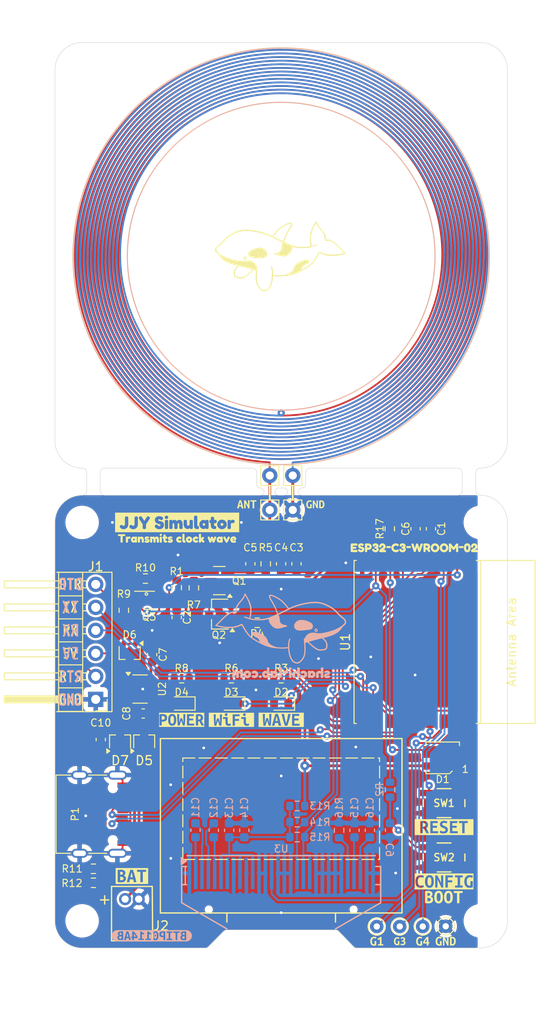
<source format=kicad_pcb>
(kicad_pcb (version 20240108) (generator "pcbnew") (generator_version "8.0")
  (layers (0 "F.Cu" signal) (31 "B.Cu" signal) (34 "B.Paste" user) (35 "F.Paste" user) (36 "B.SilkS" user "B.Silkscreen") (37 "F.SilkS" user "F.Silkscreen") (38 "B.Mask" user) (39 "F.Mask" user) (44 "Edge.Cuts" user))
  (net 0 "")
  (net 1 "GND")
  (net 2 "/VUSB")
  (net 3 "EN")
  (net 4 "+3V3")
  (net 5 "Net-(Q1-S)")
  (net 6 "Net-(U3-C2N)")
  (net 7 "Net-(U3-C2P)")
  (net 9 "Net-(U3-C1N)")
  (net 10 "Net-(P1-CC2)")
  (net 11 "Net-(P1-CC1)")
  (net 13 "Net-(U3-C1P)")
  (net 14 "Net-(U3-BS1)")
  (net 15 "Net-(U3-VCOMH)")
  (net 16 "VIN")
  (net 17 "Net-(U2-BP)")
  (net 18 "TX")
  (net 19 "SCL")
  (net 20 "SDA")
  (net 21 "RX")
  (net 22 "Net-(U3-VCC)")
  (net 23 "Net-(D4-A)")
  (net 25 "/5V")
  (net 26 "Net-(Q2-B)")
  (net 27 "Net-(D2-A)")
  (net 28 "DTR")
  (net 29 "GPIO0")
  (net 30 "/ANT")
  (net 31 "/BAT")
  (net 32 "Net-(Q1-G)")
  (net 33 "Net-(Q3B-B2)")
  (net 34 "Net-(Q3A-B1)")
  (net 35 "Net-(U3-IREF)")
  (net 36 "GPIO2")
  (net 37 "GPIO3")
  (net 38 "GPIO4")
  (net 41 "Net-(D3-A)")
  (net 42 "/RF_OUT")
  (net 44 "GPIO9")
  (net 45 "GPIO8")
  (net 46 "GPIO10")
  (net 47 "GPIO5")
  (net 48 "USB_DM")
  (net 49 "USB_DP")
  (net 50 "GPIO1")
  (net 51 "Net-(C9-Pad2)")
  (net 52 "RTS")
  (footprint "kibuzzard-665B3587" (layer "F.Cu") (at 143 136.65)
    (property "Reference" "kibuzzard-665B3587" (hide yes))
    (property "Value" "G***" (hide yes))
  )
  (footprint "kibuzzard-665BB8A3" (layer "F.Cu") (at 101.7 114.9)
    (property "Reference" "kibuzzard-665BB8A3" (hide yes))
    (property "Value" "G***" (hide yes))
  )
  (footprint "Resistor_SMD:R_0603_1608Metric" (layer "F.Cu") (at 122.35 114.08)
    (property "Reference" "R4")
    (property "Value" "1k")
  )
  (footprint "kibuzzard-669B6BC9" (layer "F.Cu") (at 114 124.8)
    (property "Reference" "kibuzzard-669B6BC9" (hide yes))
    (property "Value" "G***" (hide yes))
  )
  (footprint "Resistor_SMD:R_0603_1608Metric" (layer "F.Cu") (at 115.35 110.225 -90)
    (property "Reference" "R7")
    (property "Value" "100k")
  )
  (footprint "kibuzzard-669B4532" (layer "F.Cu") (at 135.56 149.25)
    (property "Reference" "kibuzzard-669B4532" (hide yes))
    (property "Value" "G***" (hide yes))
  )
  (footprint "LED_SMD:LED_0603_1608Metric" (layer "F.Cu") (at 125 123 180)
    (property "Reference" "D2")
    (property "Value" "LED-IND")
  )
  (footprint "Resistor_SMD:R_0603_1608Metric" (layer "F.Cu") (at 123.29 107.57 -90)
    (property "Reference" "R5")
    (property "Value" "100")
  )
  (footprint "Resistor_SMD:R_0603_1608Metric" (layer "F.Cu") (at 104.25 142.8 180)
    (property "Reference" "R12")
    (property "Value" "5.1k")
  )
  (footprint "kibuzzard-669B16B9" (layer "F.Cu") (at 142.97 144.38)
    (property "Reference" "kibuzzard-669B16B9" (hide yes))
    (property "Value" "G***" (hide yes))
  )
  (footprint "MY_LIB:UG-2864-DISP" (layer "F.Cu") (at 125 134.62)
    (property "Reference" "REF**" (hide yes))
    (property "Value" "UG-2864-DISP")
  )
  (footprint "Package_TO_SOT_SMD:SOT-23-5" (layer "F.Cu") (at 109.4 121.4)
    (property "Reference" "U2")
    (property "Value" "RT9193-33GB")
  )
  (footprint "Capacitor_SMD:C_0603_1608Metric" (layer "F.Cu") (at 124.99 107.57 -90)
    (property "Reference" "C4")
    (property "Value" "0.1u")
  )
  (footprint "kibuzzard-6646C6AC" (layer "F.Cu") (at 121.19 101)
    (property "Reference" "kibuzzard-9" (hide yes))
    (property "Value" "G***" (hide yes))
  )
  (footprint "Resistor_SMD:R_0603_1608Metric" (layer "F.Cu") (at 125 120.2 180)
    (property "Reference" "R3")
    (property "Value" "1k")
  )
  (footprint "kibuzzard-669B6D24" (layer "F.Cu") (at 125 124.8)
    (property "Reference" "kibuzzard-669B6D24" (hide yes))
    (property "Value" "G***" (hide yes))
  )
  (footprint "kibuzzard-665BB8B1" (layer "F.Cu") (at 101.7 109.8)
    (property "Reference" "kibuzzard-665BB8B1" (hide yes))
    (property "Value" "G***" (hide yes))
  )
  (footprint "Package_TO_SOT_SMD:SOT-323_SC-70" (layer "F.Cu") (at 109.86 127.2 90)
    (property "Reference" "D5")
    (property "Value" "SB1003M3")
  )
  (footprint "Capacitor_SMD:C_0603_1608Metric" (layer "F.Cu") (at 121.59 107.57 90)
    (property "Reference" "C5")
    (property "Value" "0.1u")
  )
  (footprint "kibuzzard-6649687C" (layer "F.Cu") (at 113.5 104.75)
    (property "Reference" "kibuzzard-13" (hide yes))
    (property "Value" "G***" (hide yes))
  )
  (footprint "LED_SMD:LED_0603_1608Metric" (layer "F.Cu") (at 119.5 123 180)
    (property "Reference" "D3")
    (property "Value" "LED-ACT")
  )
  (footprint "MY_LIB:Jumper-2_TH_3.81mm" (layer "F.Cu") (at 123.74 99.72 90)
    (property "Reference" "JP2" (hide yes))
    (property "Value" "ANT")
  )
  (footprint "Package_TO_SOT_SMD:SOT-323_SC-70" (layer "F.Cu") (at 108.25 117.4 -90)
    (property "Reference" "D6")
    (property "Value" "SB1003M3")
  )
  (footprint "TestPoint:TestPoint_THTPad_D1.5mm_Drill0.7mm" (layer "F.Cu") (at 135.56 147.625)
    (property "Reference" "TP4" (hide yes))
    (property "Value" "TP")
  )
  (footprint "TestPoint:TestPoint_THTPad_D1.5mm_Drill0.7mm" (layer "F.Cu") (at 138.1 147.625)
    (property "Reference" "TP3" (hide yes))
    (property "Value" "TP")
  )
  (footprint "Package_TO_SOT_SMD:SOT-23" (layer "F.Cu") (at 118.1625 109.425 180)
    (property "Reference" "Q1")
    (property "Value" "BSS84")
  )
  (footprint "Resistor_SMD:R_0603_1608Metric" (layer "F.Cu") (at 104.25 141.25 180)
    (property "Reference" "R11")
    (property "Value" "5.1k")
  )
  (footprint "kibuzzard-665B35C9" (layer "F.Cu") (at 108.5 142.05)
    (property "Reference" "kibuzzard-665B35C9" (hide yes))
    (property "Value" "G***" (hide yes))
  )
  (footprint "Package_TO_SOT_SMD:SC-59" (layer "F.Cu") (at 118.25 113.125 180)
    (property "Reference" "Q2")
    (property "Value" "2PD601AR")
  )
  (footprint "MY_LIB:HOLE-3M_55" (layer "F.Cu") (at 103 147 90)
    (property "Reference" "M4" (hide yes))
    (property "Value" "NEJI_M3")
  )
  (footprint "kibuzzard-665BB8AA" (layer "F.Cu") (at 101.7 112.35)
    (property "Reference" "kibuzzard-665BB8AA" (hide yes))
    (property "Value" "G***" (hide yes))
  )
  (footprint "Resistor_SMD:R_0603_1608Metric" (layer "F.Cu") (at 113.45 110.2 -90)
    (property "Reference" "R1")
    (property "Value" "10k")
  )
  (footprint "" (layer "F.Cu") (at 103 53 90)
    (property "Reference" "")
    (property "Value" "")
  )
  (footprint "Resistor_SMD:R_0603_1608Metric" (layer "F.Cu") (at 137 103.7 90)
    (property "Reference" "R17")
    (property "Value" "10k")
  )
  (footprint "kibuzzard-66603A24" (layer "F.Cu") (at 139.7 105.8)
    (property "Reference" "kibuzzard-66603A24" (hide yes))
    (property "Value" "G***" (hide yes))
  )
  (footprint "MY_LIB:JST_ZH_S2B-ZR_02x1.5mm_Angled" (layer "F.Cu") (at 108.5 144.6)
    (property "Reference" "J2")
    (property "Value" "BAT")
  )
  (footprint "MY_LIB:2-2J1A" (layer "F.Cu") (at 110.4 111.6 -90)
    (property "Reference" "Q3")
    (property "Value" "HN1C01FU-GR (1/2)")
  )
  (footprint "kibuzzard-665BB88E" (layer "F.Cu") (at 101.7 122.55)
    (property "Reference" "kibuzzard-665BB88E" (hide yes))
    (property "Value" "G***" (hide yes))
  )
  (footprint "Resistor_SMD:R_0603_1608Metric" (layer "F.Cu") (at 119.5 120.2 180)
    (property "Reference" "R6")
    (property "Value" "2.2k")
  )
  (footprint "kibuzzard-669B8438" (layer "F.Cu") (at 101.7 120)
    (property "Reference" "kibuzzard-669B8438" (hide yes))
    (property "Value" "G***" (hide yes))
  )
  (footprint "MY_LIB:HOLE-3M_55" (layer "F.Cu") (at 147 103)
    (property "Reference" "M1" (hide yes))
    (property "Value" "NEJI_M3")
  )
  (footprint "Capacitor_SMD:C_0603_1608Metric" (layer "F.Cu") (at 113.45 113.5 90)
    (property "Reference" "C2")
    (property "Value" "1u")
  )
  (footprint "Capacitor_SMD:C_0603_1608Metric" (layer "F.Cu") (at 109.75 124.1 180)
    (property "Reference" "C8")
    (property "Value" "0.22u")
  )
  (footprint "MY_LIB:SKRPACE010" (layer "F.Cu") (at 143 140)
    (property "Reference" "SW2")
    (property "Value" "CONFIG" (hide yes))
  )
  (footprint "Capacitor_SMD:C_0603_1608Metric" (layer "F.Cu") (at 139.85 103.7 -90)
    (property "Reference" "C6")
    (property "Value" "10u")
  )
  (footprint "Resistor_SMD:R_0603_1608Metric" (layer "F.Cu") (at 107.61 112.7 90)
    (property "Reference" "R9")
    (property "Value" "10k")
  )
  (footprint "MY_LIB:Jumper-2_TH_3.81mm" (layer "F.Cu") (at 126.28 99.72 90)
    (property "Reference" "JP1" (hide yes))
    (property "Value" "GND")
  )
  (footprint "Resistor_SMD:R_0603_1608Metric" (layer "F.Cu") (at 114 120.2 180)
    (property "Reference" "R8")
    (property "Value" "4.7k")
  )
  (footprint "" (layer "F.Cu") (at 147 53 90)
    (property "Reference" "")
    (property "Value" "")
  )
  (footprint "MY_LIB:LED_SK6812MINI_SMT_3.7x3.5mm" (layer "F.Cu") (at 142.85 129)
    (property "Reference" "D1")
    (property "Value" "SK6812MINI")
  )
  (footprint "Capacitor_SMD:C_0603_1608Metric" (layer "F.Cu") (at 105.06 126.975 -90)
    (property "Reference" "C10")
    (property "Value" "1u")
  )
  (footprint "Capacitor_SMD:C_0603_1608Metric" (layer "F.Cu") (at 141.55 103.7 -90)
    (property "Reference" "C1")
    (property "Value" "0.1u")
  )
  (footprint "LED_SMD:LED_0603_1608Metric" (layer "F.Cu") (at 114 123 180)
    (property "Reference" "D4")
    (property "Value" "LED-PWR")
  )
  (footprint "kibuzzard-665A8DD6" (layer "F.Cu") (at 138.1 149.25)
    (property "Reference" "kibuzzard-5" (hide yes))
    (property "Value" "G***" (hide yes))
  )
  (footprint "Package_TO_SOT_SMD:SOT-323_SC-70" (layer "F.Cu") (at 107.1925 127.2 90)
    (property "Reference" "D7")
    (property "Value" "SB1003M3")
  )
  (footprint "" (layer "F.Cu") (at 103 94 90)
    (property "Reference" "")
    (property "Value" "")
  )
  (footprint "MY_LIB:HOLE-3M_55" (layer "F.Cu") (at 147 147)
    (property "Reference" "M2" (hide yes))
    (property "Value" "NEJI_M3")
  )
  (footprint "Capacitor_SMD:C_0603_1608Metric" (layer "F.Cu") (at 126.69 107.57 -90)
    (property "Reference" "C3")
    (property "Value" "0.1u")
  )
  (footprint "kibuzzard-665B35A8" (layer "F.Cu") (at 140.64 149.25)
    (property "Reference" "kibuzzard-665B35A8" (hide yes))
    (property "Value" "G***" (hide yes))
  )
  (footprint "MY_LIB:HOLE-3M_55" (layer "F.Cu") (at 103 103)
    (property "Reference" "M3" (hide yes))
    (property "Value" "NEJI_M3")
  )
  (footprint "kibuzzard-665B35AE" (layer "F.Cu") (at 143.18 149.25)
    (property "Reference" "kibuzzard-665B35AE" (hide yes))
    (property "Value" "G***" (hide yes))
  )
  (footprint "kibuzzard-665AC270" (layer "F.Cu") (at 113.5 103)
    (property "Reference" "kibuzzard-665AC270" (hide yes))
    (property "Value" "G***" (hide yes))
  )
  (footprint "kibuzzard-665B357F" (layer "F.Cu") (at 143 142.65)
    (property "Reference" "kibuzzard-665B357F" (hide yes))
    (property "Value" "G***" (hide yes))
  )
  (footprint "kibuzzard-665BB89D" (layer "F.Cu") (at 101.7 117.45)
    (property "Reference" "kibuzzard-665BB89D" (hide yes))
    (property "Value" "G***" (hide yes))
  )
  (footprint "kibuzzard-664968E2" (layer "F.Cu") (at 128.775 101)
    (property "Reference" "kibuzzard-7" (hide yes))
    (property "Value" "G***" (hide yes))
  )
  (footprint "kibuzzard-669B6DC4" (layer "F.Cu") (at 119.5 124.8)
    (property "Reference" "kibuzzard-669B6DC4" (hide yes))
    (property "Value" "G***" (hide yes))
  )
  (footprint "TestPoint:TestPoint_THTPad_D1.5mm_Drill0.7mm" (layer "F.Cu") (at 140.64 147.625)
    (property "Reference" "TP2" (hide yes))
    (property "Value" "TP")
  )
  (footprint "Connector_PinHeader_2.54mm:PinHeader_1x06_P2.54mm_Horizontal" (layer "F.Cu") (at 104.5 122.54 180)
    (property "Reference" "J1")
    (property "Value" "UART")
  )
  (footprint "Capacitor_SMD:C_0603_1608Metric" (layer "F.Cu") (at 110.74 117.6 90)
    (property "Reference" "C7")
    (property "Value" "1u")
  )
  (footprint "Resistor_SMD:R_0603_1608Metric" (layer "F.Cu") (at 110 109.2)
    (property "Reference" "R10")
    (property "Value" "10k")
  )
  (footprint "Espressif:ESP32-C3-WROOM-02" (layer "F.Cu") (at 140.05 116.2 -90)
    (property "Reference" "U1")
    (property "Value" "ESP32-C3-WROOM-02")
  )
  (footprint "MY_LIB:5077CR-16SMC2-BK-TR" (layer "F.Cu") (at 102.72 135.22 -90)
    (property "Reference" "P1")
    (property "Value" "USB_C_Plug_USB2.0" (hide yes))
  )
  (footprint "TestPoint:TestPoint_THTPad_D1.5mm_Drill0.7mm" (layer "F.Cu") (at 143.18 147.6)
    (property "Reference" "TP1" (hide yes))
    (property "Value" "TP")
  )
  (footprint "MY_LOGO:ORCA_LOGO_15mm" (layer "F.Cu") (at 124.971 73.594)
    (property "Reference" "G***" (hide yes))
    (property "Value" "LOGO" (hide yes))
  )
  (footprint "MY_LIB:SKRPACE010" (layer "F.Cu") (at 143 134)
    (property "Reference" "SW1")
    (property "Value" "RESET" (hide yes))
  )
  (footprint "" (layer "F.Cu") (at 147 94 90)
    (property "Reference" "")
    (property "Value" "")
  )
  (footprint "kibuzzard-665BBA79" (layer "B.Cu") (at 101.7 122.55 180)
    (property "Reference" "kibuzzard-665BBA79" (hide yes))
    (property "Value" "G***" (hide yes))
  )
  (footprint "Resistor_SMD:R_0603_1608Metric" (layer "B.Cu") (at 131.4 137 90)
    (property "Reference" "R16")
    (property "Value" "390k")
  )
  (footprint "kibuzzard-667C13C8" (layer "B.Cu") (at 110.7 148.65 180)
    (property "Reference" "kibuzzard-667C13C8" (hide yes))
    (property "Value" "G***" (hide yes))
  )
  (footprint "Capacitor_SMD:C_0603_1608Metric" (layer "B.Cu") (at 117.55 136.995 -90)
    (property "Reference" "C12")
    (property "Value" "1u")
  )
  (footprint "Capacitor_SMD:C_0603_1608Metric" (layer "B.Cu") (at 134.8 137 90)
    (property "Reference" "C16")
    (property "Value" "4.7u")
  )
  (footprint "Resistor_SMD:R_0603_1608Metric" (layer "B.Cu") (at 126.775 137.75 180)
    (property "Reference" "R15")
    (property "Value" "10k")
  )
  (footprint "Capacitor_SMD:C_0603_1608Metric" (layer "B.Cu") (at 119.25 137 90)
    (property "Reference" "C13")
    (property "Value" "1u")
  )
  (footprint "MY_LOGO:ORCA_LOGO_15mm" (layer "B.Cu") (at 124.9 114.7 180)
    (property "Reference" "G***" (hide yes))
    (property "Value" "LOGO" (hide yes))
  )
  (footprint "Capacitor_SMD:C_0603_1608Metric" (layer "B.Cu") (at 137.03 136.99 90)
    (property "Reference" "C9")
    (property "Value" "NC")
  )
  (footprint "Capacitor_SMD:C_0603_1608Metric" (layer "B.Cu") (at 115.53 136.995 90)
    (property "Reference" "C11")
    (property "Value" "1u")
  )
  (footprint "kibuzzard-669B8430" (layer "B.Cu") (at 101.7 120 180)
    (property "Reference" "kibuzzard-669B8430" (hide yes))
    (property "Value" "G***" (hide yes))
  )
  (footprint "Resistor_SMD:R_0603_1608Metric" (layer "B.Cu") (at 126.78 134.31)
    (property "Reference" "R13")
    (property "Value" "0")
  )
  (footprint "kibuzzard-665ABDD7" (layer "B.Cu") (at 125 119.6 180)
    (property "Reference" "kibuzzard-665ABDD7" (hide yes))
    (property "Value" "G***" (hide yes))
  )
  (footprint "Resistor_SMD:R_0603_1608Metric" (layer "B.Cu") (at 137.03 132.52 90)
    (property "Reference" "R2")
    (property "Value" "1k")
  )
  (footprint "Capacitor_SMD:C_0603_1608Metric" (layer "B.Cu") (at 120.925 137 90)
    (property "Reference" "C14")
    (property "Value" "1u")
  )
  (footprint "kibuzzard-665BBA5E" (layer "B.Cu") (at 101.7 109.8 180)
    (property "Reference" "kibuzzard-665BBA5E" (hide yes))
    (property "Value" "G***" (hide yes))
  )
  (footprint "kibuzzard-665BBA69" (layer "B.Cu") (at 101.7 114.9 180)
    (property "Reference" "kibuzzard-665BBA69" (hide yes))
    (property "Value" "G***" (hide yes))
  )
  (footprint "kibuzzard-665BBA64" (layer "B.Cu") (at 101.7 112.35 180)
    (property "Reference" "kibuzzard-665BBA64" (hide yes))
    (property "Value" "G***" (hide yes))
  )
  (footprint "kibuzzard-665BBA6E" (layer "B.Cu") (at 101.7 117.45 180)
    (property "Reference" "kibuzzard-665BBA6E" (hide yes))
    (property "Value" "G***" (hide yes))
  )
  (footprint "Resistor_SMD:R_0603_1608Metric" (layer "B.Cu") (at 126.775 136.1 180)
    (property "Reference" "R14")
    (property "Value" "10k")
  )
  (footprint "MY_LIB:UG-2864-FPC" (layer "B.Cu") (at 125 142)
    (property "Reference" "U3")
    (property "Value" "UG-2864HL" (hide yes))
  )
  (footprint "Capacitor_SMD:C_0603_1608Metric" (layer "B.Cu") (at 133.1 137 90)
    (property "Reference" "C15")
    (property "Value" "4.7u")
  )
  (gr_arc (start 125 92.8) (mid 105.8 73.6) (end 125 54.4) (stroke (width 0.2)) (layer "F.Cu") (net 30))
  (gr_arc (start 125 93.2) (mid 105.4 73.6) (end 125 54) (stroke (width 0.2)) (layer "F.Cu") (net 30))
  (gr_arc (start 125 51.2) (mid 147.2 73.4) (end 125 95.6) (stroke (width 0.2)) (layer "F.Cu") (net 30))
  (gr_arc (start 125 94.8) (mid 103.8 73.6) (end 125 52.4) (stroke (width 0.2)) (layer "F.Cu") (net 30))
  (gr_arc (start 125 93.6) (mid 105 73.6) (end 125 53.6) (stroke (width 0.2)) (layer "F.Cu") (net 30))
  (gr_arc (start 125 54.4) (mid 144 73.4) (end 125 92.4) (stroke (width 0.2)) (layer "F.Cu") (net 30))
  (gr_arc (start 125 94.4) (mid 104.2 73.6) (end 125 52.8) (stroke (width 0.2)) (layer "F.Cu") (net 30))
  (gr_arc (start 125 92) (mid 106.6 73.6) (end 125 55.2) (stroke (width 0.2)) (layer "F.Cu") (net 30))
  (gr_arc (start 125 96) (mid 102.6 73.6) (end 125 51.2) (stroke (width 0.2)) (layer "F.Cu") (net 30))
  (gr_arc (start 125 51.6) (mid 146.8 73.4) (end 125 95.2) (stroke (width 0.2)) (layer "F.Cu") (net 30))
  (gr_arc (start 125 53.2) (mid 145.2 73.4) (end 125 93.6) (stroke (width 0.2)) (layer "F.Cu") (net 30))
  (gr_arc (start 125 95.6) (mid 103 73.6) (end 125 51.6) (stroke (width 0.2)) (layer "F.Cu") (net 30))
  (gr_arc (start 125 53.6) (mid 144.8 73.4) (end 125 93.2) (stroke (width 0.2)) (layer "F.Cu") (net 30))
  (gr_arc (start 125 54.8) (mid 143.599539 73.530976) (end 124.738054 91.998155) (stroke (width 0.2)) (layer "F.Cu") (net 30))
  (gr_arc (start 125.006188 50.800003) (mid 147.599998 73.403094) (end 125 96) (stroke (width 0.2)) (layer "F.Cu") (net 30))
  (gr_arc (start 125 54) (mid 144.4 73.4) (end 125 92.8) (stroke (width 0.2)) (layer "F.Cu") (net 30))
  (gr_arc (start 123.73 96.359999) (mid 102.210469 72.95566) (end 125.006185 50.792442) (stroke (width 0.2)) (layer "F.Cu") (net 30))
  (gr_arc (start 125 55.2) (mid 143.2 73.4) (end 125 91.6) (stroke (width 0.2)) (layer "F.Cu") (net 30))
  (gr_arc (start 125 55.6) (mid 142.8 73.4) (end 125 91.2) (stroke (width 0.2)) (layer "F.Cu") (net 30))
  (gr_arc (start 125 92.4) (mid 106.2 73.6) (end 125 54.8) (stroke (width 0.2)) (layer "F.Cu") (net 30))
  (gr_arc (start 125 94) (mid 104.6 73.6) (end 125 53.2) (stroke (width 0.2)) (layer "F.Cu") (net 30))
  (gr_arc (start 125 52.4) (mid 146 73.4) (end 125 94.4) (stroke (width 0.2)) (layer "F.Cu") (net 30))
  (gr_arc (start 125 52.8) (mid 145.6 73.4) (end 125 94) (stroke (width 0.2)) (layer "F.Cu") (net 30))
  (gr_arc (start 125 95.2) (mid 103.4 73.6) (end 125 52) (stroke (width 0.2)) (layer "F.Cu") (net 30))
  (gr_arc (start 125 52) (mid 146.4 73.4) (end 125 94.8) (stroke (width 0.2)) (layer "F.Cu") (net 30))
  (gr_arc (start 125 91.6) (mid 107 73.6) (end 125 55.6) (stroke (width 0.2)) (layer "F.Cu") (net 30))
  (gr_arc (start 125 55.6) (mid 143 73.6) (end 125 91.6) (stroke (width 0.2)) (layer "B.Cu") (net 30))
  (gr_arc (start 125 53.6) (mid 145 73.6) (end 125 93.6) (stroke (width 0.2)) (layer "B.Cu") (net 30))
  (gr_arc (start 125 94.4) (mid 104 73.4) (end 125 52.4) (stroke (width 0.2)) (layer "B.Cu") (net 30))
  (gr_arc (start 125 95.2) (mid 103.2 73.4) (end 125 51.6) (stroke (width 0.2)) (layer "B.Cu") (net 30))
  (gr_arc (start 125 94) (mid 104.4 73.4) (end 125 52.8) (stroke (width 0.2)) (layer "B.Cu") (net 30))
  (gr_arc (start 125 92) (mid 106.4 73.4) (end 125 54.8) (stroke (width 0.2)) (layer "B.Cu") (net 30))
  (gr_arc (start 125 51.2) (mid 147.4 73.6) (end 125 96) (stroke (width 0.2)) (layer "B.Cu") (net 30))
  (gr_arc (start 125 91.2) (mid 107.2 73.4) (end 125 55.6) (stroke (width 0.2)) (layer "B.Cu") (net 30))
  (gr_arc (start 125 53.2) (mid 145.4 73.6) (end 125 94) (stroke (width 0.2)) (layer "B.Cu") (net 30))
  (gr_arc (start 125 54.8) (mid 143.8 73.6) (end 125 92.4) (stroke (width 0.2)) (layer "B.Cu") (net 30))
  (gr_arc (start 125 93.6) (mid 104.8 73.4) (end 125 53.2) (stroke (width 0.2)) (layer "B.Cu") (net 30))
  (gr_arc (start 125 50.8) (mid 147.791068 72.96185) (end 126.2758 96.364278) (stroke (width 0.2)) (layer "B.Cu") (net 30))
  (gr_arc (start 125 52) (mid 146.6 73.6) (end 125 95.2) (stroke (width 0.2)) (layer "B.Cu") (net 30))
  (gr_arc (start 125 94.8) (mid 103.6 73.4) (end 125 52) (stroke (width 0.2)) (layer "B.Cu") (net 30))
  (gr_arc (start 125 95.6) (mid 102.8 73.4) (end 125 51.2) (stroke (width 0.2)) (layer "B.Cu") (net 30))
  (gr_arc (start 125 93.2) (mid 105.2 73.4) (end 125 53.6) (stroke (width 0.2)) (layer "B.Cu") (net 30))
  (gr_arc (start 125 52.8) (mid 145.8 73.6) (end 125 94.4) (stroke (width 0.2)) (layer "B.Cu") (net 30))
  (gr_arc (start 125 54) (mid 144.6 73.6) (end 125 93.2) (stroke (width 0.2)) (layer "B.Cu") (net 30))
  (gr_arc (start 125 51.6) (mid 147 73.6) (end 125 95.6) (stroke (width 0.2)) (layer "B.Cu") (net 30))
  (gr_arc (start 125 52.4) (mid 146.2 73.6) (end 125 94.8) (stroke (width 0.2)) (layer "B.Cu") (net 30))
  (gr_arc (start 125 91.6) (mid 106.8 73.4) (end 125 55.2) (stroke (width 0.2)) (layer "B.Cu") (net 30))
  (gr_arc (start 125 92.4) (mid 106 73.4) (end 125 54.4) (stroke (width 0.2)) (layer "B.Cu") (net 30))
  (gr_arc (start 125 92.8) (mid 105.6 73.4) (end 125 54) (stroke (width 0.2)) (layer "B.Cu") (net 30))
  (gr_arc (start 125 55.2) (mid 143.4 73.6) (end 125 92) (stroke (width 0.2)) (layer "B.Cu") (net 30))
  (gr_arc (start 125 54.4) (mid 144.2 73.6) (end 125 92.8) (stroke (width 0.2)) (layer "B.Cu") (net 30))
  (gr_arc (start 125 96) (mid 102.4 73.4) (end 125 50.8) (stroke (width 0.2)) (layer "B.Cu") (net 30))
  (gr_circle (center 125 73.6) (end 125 96.6) (stroke (width 0.12)) (fill none) (layer "B.SilkS"))
  (gr_circle (center 125 73.6) (end 125 56.6) (stroke (width 0.12)) (fill none) (layer "B.SilkS"))
  (gr_line (start 106.3 108.5) (end 100.2 108.5) (stroke (width 0.12)) (layer "F.SilkS"))
  (gr_circle (center 125 73.6) (end 124.8 90.6) (stroke (width 0.12)) (fill none) (layer "F.SilkS"))
  (gr_line (start 106.3 123.9) (end 106.3 108.5) (stroke (width 0.12)) (layer "F.SilkS"))
  (gr_arc (start 122.410868 96.470665) (mid 124.997047 50.583247) (end 127.595 96.47) (stroke (width 0.12)) (layer "F.SilkS"))
  (gr_line (start 100.2 123.9) (end 106.3 123.9) (stroke (width 0.12)) (layer "F.SilkS"))
  (gr_arc (start 145 99.5) (mid 144.853553 99.853553) (end 144.5 100) (stroke (width 0.05)) (layer "Edge.Cuts"))
  (gr_arc (start 127.3 100) (mid 126.9 99.6) (end 127.3 99.2) (stroke (width 0.05)) (layer "Edge.Cuts"))
  (gr_arc (start 144.5 97) (mid 144.853553 97.146447) (end 145 97.5) (stroke (width 0.05)) (layer "Edge.Cuts"))
  (gr_line (start 122.3 97.5) (end 122.3 98.8) (stroke (width 0.05)) (layer "Edge.Cuts"))
  (gr_line (start 128.2 97) (end 144.5 97) (stroke (width 0.05)) (layer "Edge.Cuts"))
  (gr_arc (start 127.7 98.8) (mid 127.582843 99.082843) (end 127.3 99.2) (stroke (width 0.05)) (layer "Edge.Cuts"))
  (gr_arc (start 131 148) (mid 131.191342 148.03806) (end 131.353553 148.146447) (stroke (width 0.05)) (layer "Edge.Cuts"))
  (gr_line (start 105 97.5) (end 105 99.5) (stroke (width 0.05)) (layer "Edge.Cuts"))
  (gr_arc (start 103.5 99.5) (mid 103.353553 99.853553) (end 103 100) (stroke (width 0.05)) (layer "Edge.Cuts"))
  (gr_line (start 103.5 99.5) (end 103.5 97.5) (stroke (width 0.05)) (layer "Edge.Cuts"))
  (gr_arc (start 121.8 97) (mid 122.153553 97.146447) (end 122.3 97.5) (stroke (width 0.05)) (layer "Edge.Cuts"))
  (gr_arc (start 116.953553 149.853553) (mid 116.791342 149.961939) (end 116.6 150) (stroke (width 0.05)) (layer "Edge.Cuts"))
  (gr_arc (start 150 94) (mid 149.12132 96.12132) (end 147 97) (stroke (width 0.05)) (layer "Edge.Cuts"))
  (gr_line (start 144.5 100) (end 127.3 100) (stroke (width 0.05)) (layer "Edge.Cuts"))
  (gr_arc (start 147 50) (mid 149.12132 50.87868) (end 150 53) (stroke (width 0.05)) (layer "Edge.Cuts"))
  (gr_line (start 116.6 150) (end 103 150) (stroke (width 0.05)) (layer "Edge.Cuts"))
  (gr_arc (start 127.7 97.5) (mid 127.846447 97.146447) (end 128.2 97) (stroke (width 0.05)) (layer "Edge.Cuts"))
  (gr_arc (start 105 97.5) (mid 105.146447 97.146447) (end 105.5 97) (stroke (width 0.05)) (layer "Edge.Cuts"))
  (gr_line (start 150 53) (end 150 94) (stroke (width 0.05)) (layer "Edge.Cuts"))
  (gr_arc (start 147 100) (mid 149.12132 100.87868) (end 150 103) (stroke (width 0.05)) (layer "Edge.Cuts"))
  (gr_line (start 131 148) (end 119 148) (stroke (width 0.05)) (layer "Edge.Cuts"))
  (gr_arc (start 100 53) (mid 100.87868 50.87868) (end 103 50) (stroke (width 0.05)) (layer "Edge.Cuts"))
  (gr_arc (start 118.646447 148.146447) (mid 118.808658 148.038061) (end 119 148) (stroke (width 0.05)) (layer "Edge.Cuts"))
  (gr_arc (start 122.7 99.2) (mid 122.417157 99.082843) (end 122.3 98.8) (stroke (width 0.05)) (layer "Edge.Cuts"))
  (gr_line (start 118.646447 148.146447) (end 116.953553 149.853553) (stroke (width 0.05)) (layer "Edge.Cuts"))
  (gr_arc (start 100 103) (mid 100.87868 100.87868) (end 103 100) (stroke (width 0.05)) (layer "Edge.Cuts"))
  (gr_arc (start 103 97) (mid 100.87868 96.12132) (end 100 94) (stroke (width 0.05)) (layer "Edge.Cuts"))
  (gr_line (start 150 147) (end 150 103) (stroke (width 0.05)) (layer "Edge.Cuts"))
  (gr_arc (start 122.7 99.2) (mid 123.1 99.6) (end 122.7 100) (stroke (width 0.05)) (layer "Edge.Cuts"))
  (gr_line (start 125.3 99.2) (end 124.7 99.2) (stroke (width 0.05)) (layer "Edge.Cuts"))
  (gr_line (start 100 94) (end 100 53) (stroke (width 0.05)) (layer "Edge.Cuts"))
  (gr_arc (start 150 147) (mid 149.12132 149.12132) (end 147 150) (stroke (width 0.05)) (layer "Edge.Cuts"))
  (gr_arc (start 103 97) (mid 103.353553 97.146447) (end 103.5 97.5) (stroke (width 0.05)) (layer "Edge.Cuts"))
  (gr_line (start 124.7 100) (end 125.3 100) (stroke (width 0.05)) (layer "Edge.Cuts"))
  (gr_arc (start 105.5 100) (mid 105.146447 99.853553) (end 105 99.5) (stroke (width 0.05)) (layer "Edge.Cuts"))
  (gr_line (start 146.5 97.5) (end 146.5 99.5) (stroke (width 0.05)) (layer "Edge.Cuts"))
  (gr_line (start 122.7 100) (end 105.5 100) (stroke (width 0.05)) (layer "Edge.Cuts"))
  (gr_arc (start 133.353553 150) (mid 133.162221 149.961924) (end 133 149.853553) (stroke (width 0.05)) (layer "Edge.Cuts"))
  (gr_arc (start 125.3 99.2) (mid 125.7 99.6) (end 125.3 100) (stroke (width 0.05)) (layer "Edge.Cuts"))
  (gr_arc (start 146.5 97.5) (mid 146.646447 97.146447) (end 147 97) (stroke (width 0.05)) (layer "Edge.Cuts"))
  (gr_line (start 121.8 97) (end 105.5 97) (stroke (width 0.05)) (layer "Edge.Cuts"))
  (gr_arc (start 147 100) (mid 146.646447 99.853553) (end 146.5 99.5) (stroke (width 0.05)) (layer "Edge.Cuts"))
  (gr_line (start 100 147) (end 100 103) (stroke (width 0.05)) (layer "Edge.Cuts"))
  (gr_arc (start 103 150) (mid 100.87868 149.12132) (end 100 147) (stroke (width 0.05)) (layer "Edge.Cuts"))
  (gr_line (start 145 99.5) (end 145 97.5) (stroke (width 0.05)) (layer "Edge.Cuts"))
  (gr_arc (start 124.7 100) (mid 124.3 99.6) (end 124.7 99.2) (stroke (width 0.05)) (layer "Edge.Cuts"))
  (gr_line (start 133.353553 150) (end 147 150) (stroke (width 0.05)) (layer "Edge.Cuts"))
  (gr_line (start 103 50) (end 147 50) (stroke (width 0.05)) (layer "Edge.Cuts"))
  (gr_line (start 127.7 97.5) (end 127.7 98.8) (stroke (width 0.05)) (layer "Edge.Cuts"))
  (gr_line (start 131.353553 148.146447) (end 133 149.853553) (stroke (width 0.05)) (layer "Edge.Cuts"))
  (gr_text "+" (at 104.65 145.3 0) (layer "F.SilkS") (effects (font (size 1.2 1.2)) (justify left bottom)))
  (segment (start 107.47 138.97) (end 106.9 139.54) (width 0.2) (layer "F.Cu") (net 1))
  (segment (start 107.47 131.87) (end 107.47 131.47) (width 0.2) (layer "F.Cu") (net 1))
  (segment (start 107.47 131.47) (end 106.9 130.9) (width 0.2) (layer "F.Cu") (net 1))
  (segment (start 107.47 138.27) (end 107.47 138.97) (width 0.2) (layer "F.Cu") (net 1))
  (via (at 139.8 119.85) (size 0.8) (drill 0.3) (layers "F.Cu" "B.Cu") (net 1))
  (via (at 112.79 131.97) (size 0.8) (drill 0.3) (layers "F.Cu" "B.Cu") (net 1))
  (via (at 106.35 103) (size 0.8) (drill 0.3) (layers "F.Cu" "B.Cu") (net 1))
  (via (at 125 146.1) (size 0.8) (drill 0.3) (layers "F.Cu" "B.Cu") (net 1))
  (via (at 133.24 127.8) (size 0.8) (drill 0.3) (layers "F.Cu" "B.Cu") (net 1))
  (via (at 110.74 114.92) (size 0.8) (drill 0.3) (layers "F.Cu" "B.Cu") (net 1))
  (via (at 120.6 103) (size 0.8) (drill 0.3) (layers "F.Cu" "B.Cu") (net 1))
  (via (at 129.12 118.04) (size 0.8) (drill 0.3) (layers "F.Cu" "B.Cu") (net 1))
  (via (at 137.65 141.72) (size 0.8) (drill 0.3) (layers "F.Cu" "B.Cu") (net 1))
  (via (at 137.84 134.6) (size 0.8) (drill 0.3) (layers "F.Cu" "B.Cu") (net 1))
  (via (at 132.14 107.46) (size 0.8) (drill 0.3) (layers "F.Cu" "B.Cu") (net 1))
  (via (at 112.8 140.1) (size 0.8) (drill 0.3) (layers "F.Cu" "B.Cu") (net 1))
  (via (at 134.9 117.85) (size 0.8) (drill 0.3) (layers "F.Cu" "B.Cu") (net 1))
  (via (at 109.7 121.4) (size 0.8) (drill 0.3) (layers "F.Cu" "B.Cu") (net 1))
  (via (at 122.21 121.5) (size 0.8) (drill 0.3) (layers "F.Cu" "B.Cu") (net 1))
  (via (at 125 110.36) (size 0.8) (drill 0.3) (layers "F.Cu" "B.Cu") (net 1))
  (via (at 113.6 106.6) (size 0.8) (drill 0.3) (layers "F.Cu" "B.Cu") (net 1))
  (via (at 125 131) (size 0.8) (drill 0.3) (layers "F.Cu" "B.Cu") (net 1))
  (via (at 103.4 135.4) (size 0.8) (drill 0.3) (layers "F.Cu" "B.Cu") (net 1))
  (via (at 116.44 127.9) (size 0.8) (drill 0.3) (layers "F.Cu" "B.Cu") (net 1))
  (via (at 118.2 116.3) (size 0.8) (drill 0.3) (layers "F.Cu" "B.Cu") (net 1))
  (segment (start 107.47 132.67) (end 108.59 132.67) (width 0.3) (layer "F.Cu") (net 2))
  (segment (start 108.69 132.57) (end 108.69 134.733604) (width 0.3) (layer "F.Cu") (net 2))
  (segment (start 108.59 132.67) (end 108.69 132.57) (width 0.3) (layer "F.Cu") (net 2))
  (segment (start 108.79 134.833604) (end 108.79 136.146396) (width 0.3) (layer "F.Cu") (net 2))
  (segment (start 108.69 132.57) (end 108.69 129.0475) (width 0.3) (layer "F.Cu") (net 2))
  (segment (start 108.6 136.336396) (end 108.6 137.52) (width 0.3) (layer "F.Cu") (net 2))
  (segment (start 108.79 136.146396) (end 108.6 136.336396) (width 0.3) (layer "F.Cu") (net 2))
  (segment (start 108.69 134.733604) (end 108.79 134.833604) (width 0.3) (layer "F.Cu") (net 2))
  (segment (start 107.8425 128.2) (end 106.5425 128.2) (width 0.3) (layer "F.Cu") (net 2))
  (segment (start 108.69 129.0475) (end 107.8425 128.2) (width 0.3) (layer "F.Cu") (net 2))
  (segment (start 108.35 137.77) (end 107.47 137.77) (width 0.3) (layer "F.Cu") (net 2))
  (segment (start 108.6 137.52) (end 108.35 137.77) (width 0.3) (layer "F.Cu") (net 2))
  (segment (start 113.375 110.95) (end 113.45 111.025) (width 0.2) (layer "F.Cu") (net 3))
  (segment (start 112.625 110.925) (end 112.65 110.95) (width 0.2) (layer "F.Cu") (net 3))
  (segment (start 111.525 110.95) (end 112.65 110.95) (width 0.2) (layer "F.Cu") (net 3))
  (segment (start 112.65 110.95) (end 113.375 110.95) (width 0.2) (layer "F.Cu") (net 3))
  (segment (start 112.625 110.2) (end 112.625 110.925) (width 0.2) (layer "F.Cu") (net 3))
  (segment (start 144.45 108.79) (end 144.45 107.45) (width 0.2) (layer "F.Cu") (net 3))
  (segment (start 113.45 111.025) (end 113.45 112.725) (width 0.2) (layer "F.Cu") (net 3))
  (segment (start 141.35 132.5324) (end 141 132.8824) (width 0.2) (layer "F.Cu") (net 3))
  (segment (start 141.35 132.05) (end 141.35 132.5324) (width 0.2) (layer "F.Cu") (net 3))
  (segment (start 144.46 108.8) (end 144.45 108.79) (width 0.2) (layer "F.Cu") (net 3))
  (via (at 112.625 110.2) (size 0.8) (drill 0.3) (layers "F.Cu" "B.Cu") (net 3))
  (via (at 141.35 132.05) (size 0.8) (drill 0.3) (layers "F.Cu" "B.Cu") (net 3))
  (via (at 144.46 108.8) (size 0.8) (drill 0.3) (layers "F.Cu" "B.Cu") (net 3))
  (segment (start 143.36 108.8) (end 114.025 108.8) (width 0.2) (layer "B.Cu") (net 3))
  (segment (start 143.360051 109.789949) (end 143.360051 108.800051) (width 0.2) (layer "B.Cu") (net 3))
  (segment (start 143.05 126.355636) (end 143.05 110.1) (width 0.2) (layer "B.Cu") (net 3))
  (segment (start 143.05 110.1) (end 143.360051 109.789949) (width 0.2) (layer "B.Cu") (net 3))
  (segment (start 141.05 131.75) (end 141.05 128.355636) (width 0.2) (layer "B.Cu") (net 3))
  (segment (start 114.025 108.8) (end 112.625 110.2) (width 0.2) (layer "B.Cu") (net 3))
  (segment (start 144.46 108.8) (end 143.36 108.8) (width 0.2) (layer "B.Cu") (net 3))
  (segment (start 141.05 128.355636) (end 143.05 126.355636) (width 0.2) (layer "B.Cu") (net 3))
  (segment (start 141.35 132.05) (end 141.05 131.75) (width 0.2) (layer "B.Cu") (net 3))
  (segment (start 143.360051 108.800051) (end 143.36 108.8) (width 0.2) (layer "B.Cu") (net 3))
  (segment (start 113.625 109.45) (end 114.5 109.45) (width 0.3) (layer "F.Cu") (net 4))
  (segment (start 127.62 129.865) (end 127.62 121.446396) (width 0.3) (layer "F.Cu") (net 4))
  (segment (start 117.3 109.5) (end 128.35 109.5) (width 0.3) (layer "F.Cu") (net 4))
  (segment (start 140 102.875) (end 140.05 102.925) (width 0.3) (layer "F.Cu") (net 4))
  (segment (start 125.825 119.651396) (end 124.573604 118.4) (width 0.3) (layer "F.Cu") (net 4))
  (segment (start 141.1 129.875) (end 127.61 129.875) (width 0.3) (layer "F.Cu") (net 4))
  (segment (start 125.825 120.2) (end 126.373604 120.2) (width 0.3) (layer "F.Cu") (net 4))
  (segment (start 117.225 109.425) (end 117.3 109.5) (width 0.3) (layer "F.Cu") (net 4))
  (segment (start 117.4 109.425) (end 115.375 109.425) (width 0.3) (layer "F.Cu") (net 4))
  (segment (start 115.3 109.45) (end 115.35 109.4) (width 0.3) (layer "F.Cu") (net 4))
  (segment (start 110.6 120.3875) (end 110.5375 120.45) (width 0.3) (layer "F.Cu") (net 4))
  (segment (start 128.35 109.5) (end 134.975 102.875) (width 0.3) (layer "F.Cu") (net 4))
  (segment (start 134.975 102.875) (end 137 102.875) (width 0.3) (layer "F.Cu") (net 4))
  (segment (start 142.325 102.925) (end 145.95 106.55) (width 0.3) (layer "F.Cu") (net 4))
  (segment (start 120.325 120.2) (end 120.325 118.435) (width 0.3) (layer "F.Cu") (net 4))
  (segment (start 114.48 109.47) (end 114.5 109.45) (width 0.3) (layer "F.Cu") (net 4))
  (segment (start 127.61 129.875) (end 127.62 129.865) (width 0.3) (layer "F.Cu") (net 4))
  (segment (start 114.5 109.45) (end 115.3 109.45) (width 0.3) (layer "F.Cu") (net 4))
  (segment (start 114.48 118.4) (end 114.48 109.47) (width 0.3) (layer "F.Cu") (net 4))
  (segment (start 115.375 109.425) (end 115.35 109.4) (width 0.3) (layer "F.Cu") (net 4))
  (segment (start 114.825 118.4) (end 120.36 118.4) (width 0.3) (layer "F.Cu") (net 4))
  (segment (start 110.6 118.375) (end 110.6 120.3875) (width 0.3) (layer "F.Cu") (net 4))
  (segment (start 137 102.875) (end 140 102.875) (width 0.3) (layer "F.Cu") (net 4))
  (segment (start 114.825 118.4) (end 110.765 118.4) (width 0.3) (layer "F.Cu") (net 4))
  (segment (start 114.825 120.2) (end 114.825 118.4) (width 0.3) (layer "F.Cu") (net 4))
  (segment (start 110.765 118.4) (end 110.74 118.375) (width 0.3) (layer "F.Cu") (net 4))
  (segment (start 140.05 102.925) (end 142.325 102.925) (width 0.3) (layer "F.Cu") (net 4))
  (segment (start 120.325 118.435) (end 120.36 118.4) (width 0.3) (layer "F.Cu") (net 4))
  (segment (start 124.573604 118.4) (end 120.36 118.4) (width 0.3) (layer "F.Cu") (net 4))
  (segment (start 145.95 106.55) (end 145.95 107.45) (width 0.3) (layer "F.Cu") (net 4))
  (segment (start 125.825 120.2) (end 125.825 119.651396) (width 0.3) (layer "F.Cu") (net 4))
  (segment (start 126.373604 120.2) (end 127.62 121.446396) (width 0.3) (layer "F.Cu") (net 4))
  (via (at 127.61 129.875) (size 1) (drill 0.4) (layers "F.Cu" "B.Cu") (net 4))
  (segment (start 127.605 134.31) (end 127.605 129.88) (width 0.3) (layer "B.Cu") (net 4))
  (segment (start 127.605 129.88) (end 127.61 129.875) (width 0.3) (layer "B.Cu") (net 4))
  (segment (start 121.64 108.395) (end 121.59 108.345) (width 0.2) (layer "F.Cu") (net 5))
  (segment (start 119.1 108.475) (end 121.46 108.475) (width 0.3) (layer "F.Cu") (net 5))
  (segment (start 123.29 108.395) (end 121.64 108.395) (width 0.3) (layer "F.Cu") (net 5))
  (segment (start 121.46 108.475) (end 121.59 108.345) (width 0.2) (layer "F.Cu") (net 5))
  (segment (start 121.5 108.5) (end 121.475 108.525) (width 0.2) (layer "F.Cu") (net 5))
  (segment (start 123.165 108.52) (end 123.29 108.395) (width 0.2) (layer "F.Cu") (net 5))
  (segment (start 121.4 108.45) (end 121.475 108.525) (width 0.2) (layer "F.Cu") (net 5))
  (segment (start 116.305 136.995) (end 116.305 138.575) (width 0.2) (layer "B.Cu") (net 6))
  (segment (start 116.305 138.575) (end 116.25 138.63) (width 0.2) (layer "B.Cu") (net 6))
  (segment (start 115.53 136.22) (end 116.305 136.995) (width 0.2) (layer "B.Cu") (net 6))
  (segment (start 116.25 138.63) (end 116.25 141.75) (width 0.2) (layer "B.Cu") (net 6))
  (segment (start 115.53 137.77) (end 115.53 141.73) (width 0.2) (layer "B.Cu") (net 7))
  (segment (start 115.53 141.73) (end 115.55 141.75) (width 0.2) (layer "B.Cu") (net 7))
  (segment (start 117.65 137.77) (end 117.65 141.75) (width 0.2) (layer "B.Cu") (net 9))
  (segment (start 104.65 140.825) (end 104.65 138.265686) (width 0.2) (layer "F.Cu") (net 10))
  (segment (start 105.945686 136.97) (end 107.47 136.97) (width 0.2) (layer "F.Cu") (net 10))
  (segment (start 104.65 138.265686) (end 105.945686 136.97) (width 0.2) (layer "F.Cu") (net 10))
  (segment (start 105.075 141.25) (end 104.65 140.825) (width 0.2) (layer "F.Cu") (net 10))
  (segment (start 105.602097 136.747903) (end 105.602097 134.952217) (width 0.2) (layer "F.Cu") (net 11))
  (segment (start 104.25 138.1) (end 105.602097 136.747903) (width 0.2) (layer "F.Cu") (net 11))
  (segment (start 104.25 141.975) (end 104.25 138.1) (width 0.2) (layer "F.Cu") (net 11))
  (segment (start 105.602097 134.952217) (end 106.584314 133.97) (width 0.2) (layer "F.Cu") (net 11))
  (segment (start 105.075 142.8) (end 104.25 141.975) (width 0.2) (layer "F.Cu") (net 11))
  (segment (start 106.584314 133.97) (end 107.47 133.97) (width 0.2) (layer "F.Cu") (net 11))
  (segment (start 116.95 138.79) (end 116.95 141.75) (width 0.2) (layer "B.Cu") (net 13))
  (segment (start 116.705 138.545) (end 116.95 138.79) (width 0.2) (layer "B.Cu") (net 13))
  (segment (start 116.705 137.165) (end 116.705 138.545) (width 0.2) (layer "B.Cu") (net 13))
  (segment (start 117.65 136.22) (end 116.705 137.165) (width 0.2) (layer "B.Cu") (net 13))
  (segment (start 119.8 139.7) (end 119.25 139.7) (width 0.2) (layer "B.Cu") (net 14))
  (segment (start 121.85 141.75) (end 121.85 139.7) (width 0.2) (layer "B.Cu") (net 14))
  (segment (start 120.45 141.75) (end 120.45 139.7) (width 0.2) (layer "B.Cu") (net 14))
  (segment (start 119.25 137.775) (end 119.25 139.7) (width 0.2) (layer "B.Cu") (net 14))
  (segment (start 118.45 139.7) (end 118.35 139.8) (width 0.2) (layer "B.Cu") (net 14))
  (segment (start 120.09 139.7) (end 119.8 139.7) (width 0.2) (layer "B.Cu") (net 14))
  (segment (start 125.875 137.75) (end 125.75 137.75) (width 0.2) (layer "B.Cu") (net 14))
  (segment (start 120.45 139.7) (end 120.09 139.7) (width 0.2) (layer "B.Cu") (net 14))
  (segment (start 125.95 136.1) (end 125.95 137.75) (width 0.2) (layer "B.Cu") (net 14))
  (segment (start 125.95 137.75) (end 120.95 137.75) (width 0.2) (layer "B.Cu") (net 14))
  (segment (start 120.08 137.775) (end 120.925 137.775) (width 0.2) (layer "B.Cu") (net 14))
  (segment (start 125.75 137.75) (end 125.725 137.775) (width 0.2) (layer "B.Cu") (net 14))
  (segment (start 125.955 134.31) (end 125.955 136.095) (width 0.2) (layer "B.Cu") (net 14))
  (segment (start 121.85 139.7) (end 120.45 139.7) (width 0.2) (layer "B.Cu") (net 14))
  (segment (start 120.95 137.75) (end 120.925 137.775) (width 0.2) (layer "B.Cu") (net 14))
  (segment (start 125.955 136.095) (end 125.95 136.1) (width 0.2) (layer "B.Cu") (net 14))
  (segment (start 118.35 139.8) (end 118.35 141.75) (width 0.2) (layer "B.Cu") (net 14))
  (segment (start 119.25 137.775) (end 120.08 137.775) (width 0.2) (layer "B.Cu") (net 14))
  (segment (start 119.25 139.7) (end 118.45 139.7) (width 0.2) (layer "B.Cu") (net 14))
  (segment (start 133.1 137.775) (end 133.05 137.825) (width 0.2) (layer "B.Cu") (net 15))
  (segment (start 133.05 137.825) (end 133.05 141.75) (width 0.2) (layer "B.Cu") (net 15))
  (segment (start 107.1925 126.2) (end 105.06 126.2) (width 0.2) (layer "F.Cu") (net 16))
  (segment (start 108.25 118.4) (end 108.25 120.4375) (width 0.2) (layer "F.Cu") (net 16))
  (segment (start 108.2625 122.35) (end 108.2625 122.4375) (width 0.2) (layer "F.Cu") (net 16))
  (segment (start 107.25 126.1425) (end 107.1925 126.2) (width 0.2) (layer "F.Cu") (net 16))
  (segment (start 108.2625 122.35) (end 107.25 122.35) (width 0.2) (layer "F.Cu") (net 16))
  (segment (start 109.86 126.2) (end 107.1925 126.2) (width 0.2) (layer "F.Cu") (net 16))
  (segment (start 107.600001 120.45) (end 108.2625 120.45) (width 0.2) (layer "F.Cu") (net 16))
  (segment (start 108.25 120.4375) (end 108.2625 120.45) (width 0.2) (layer "F.Cu") (net 16))
  (segment (start 107.25 122.35) (end 107.25 126.1425) (width 0.2) (layer "F.Cu") (net 16))
  (segment (start 107.25 120.800001) (end 107.600001 120.45) (width 0.2) (layer "F.Cu") (net 16))
  (segment (start 107.25 122.35) (end 107.25 120.800001) (width 0.2) (layer "F.Cu") (net 16))
  (segment (start 110.5375 124.0875) (end 110.525 124.1) (width 0.2) (layer "F.Cu") (net 17))
  (segment (start 110.5375 122.35) (end 110.5375 124.0875) (width 0.2) (layer "F.Cu") (net 17))
  (segment (start 136.95 124.415686) (end 134.460051 121.925737) (width 0.2) (layer "F.Cu") (net 18))
  (segment (start 136.95 124.95) (end 136.95 124.415686) (width 0.2) (layer "F.Cu") (net 18))
  (segment (start 134.05 119.3) (end 132.942424 119.3) (width 0.2) (layer "F.Cu") (net 18))
  (segment (start 134.460051 119.710051) (end 134.05 119.3) (width 0.2) (layer "F.Cu") (net 18))
  (segment (start 134.460051 121.925737) (end 134.460051 119.710051) (width 0.2) (layer "F.Cu") (net 18))
  (via (at 132.942424 119.3) (size 0.8) (drill 0.3) (layers "F.Cu" "B.Cu") (net 18))
  (segment (start 132.942424 119.3) (end 132.642424 119.6) (width 0.2) (layer "B.Cu") (net 18))
  (segment (start 111.72 119.6) (end 104.5 112.38) (width 0.2) (layer "B.Cu") (net 18))
  (segment (start 132.642424 119.6) (end 111.72 119.6) (width 0.2) (layer "B.Cu") (net 18))
  (segment (start 138.85 109.17) (end 139.95 108.07) (width 0.2) (layer "F.Cu") (net 19))
  (segment (start 131.4 118.25) (end 138.85 110.8) (width 0.2) (layer "F.Cu") (net 19))
  (segment (start 131.4 121.78995) (end 131.4 118.25) (width 0.2) (layer "F.Cu") (net 19))
  (segment (start 130.426173 122.666123) (end 130.523827 122.666123) (width 0.2) (layer "F.Cu") (net 19))
  (segment (start 130.523827 122.666123) (end 131.4 121.78995) (width 0.2) (layer "F.Cu") (net 19))
  (segment (start 138.85 110.8) (end 138.85 109.17) (width 0.2) (layer "F.Cu") (net 19))
  (segment (start 139.95 108.07) (end 139.95 107.45) (width 0.2) (layer "F.Cu") (net 19))
  (via (at 130.426173 122.666123) (size 0.8) (drill 0.3) (layers "F.Cu" "B.Cu") (net 19))
  (segment (start 126.75 141.75) (end 126.75 136.875) (width 0.2) (layer "B.Cu") (net 19))
  (segment (start 126.75 136.875) (end 127.525 136.1) (width 0.2) (layer "B.Cu") (net 19))
  (segment (start 130.77 123.00995) (end 130.77 132.855) (width 0.2) (layer "B.Cu") (net 19))
  (segment (start 130.77 132.855) (end 127.525 136.1) (width 0.2) (layer "B.Cu") (net 19))
  (segment (start 130.426173 122.666123) (end 130.77 123.00995) (width 0.2) (layer "B.Cu") (net 19))
  (segment (start 138.45 110.634314) (end 138.45 107.45) (width 0.2) (layer "F.Cu") (net 20))
  (segment (start 130.7 121.5) (end 131 121.2) (width 0.2) (layer "F.Cu") (net 20))
  (segment (start 131 121.2) (end 131 118.084314) (width 0.2) (layer "F.Cu") (net 20))
  (segment (start 131 118.084314) (end 138.45 110.634314) (width 0.2) (layer "F.Cu") (net 20))
  (via (at 130.7 121.5) (size 0.8) (drill 0.3) (layers "F.Cu" "B.Cu") (net 20))
  (segment (start 128.15 139.74) (end 127.45 139.74) (width 0.2) (layer "B.Cu") (net 20))
  (segment (start 131.17 122.42) (end 131.17 133.020686) (width 0.2) (layer "B.Cu") (net 20))
  (segment (start 127.45 141.75) (end 127.45 139.74) (width 0.2) (layer "B.Cu") (net 20))
  (segment (start 127.45 137.47) (end 127.45 139.74) (width 0.2) (layer "B.Cu") (net 20))
  (segment (start 130.7 121.5) (end 130.7 121.95) (width 0.2) (layer "B.Cu") (net 20))
  (segment (start 128.37 135.820686) (end 128.37 136.55) (width 0.2) (layer "B.Cu") (net 20))
  (segment (start 131.17 133.020686) (end 128.37 135.820686) (width 0.2) (layer "B.Cu") (net 20))
  (segment (start 130.7 121.95) (end 131.17 122.42) (width 0.2) (layer "B.Cu") (net 20))
  (segment (start 128.15 141.75) (end 128.15 139.74) (width 0.2) (layer "B.Cu") (net 20))
  (segment (start 128.37 136.55) (end 127.45 137.47) (width 0.2) (layer "B.Cu") (net 20))
  (segment (start 134.060051 122.091423) (end 135.45 123.481372) (width 0.2) (layer "F.Cu") (net 21))
  (segment (start 135.45 123.481372) (end 135.45 124.95) (width 0.2) (layer "F.Cu") (net 21))
  (segment (start 134.060051 120.300001) (end 134.060051 122.091423) (width 0.2) (layer "F.Cu") (net 21))
  (segment (start 133.760051 120.000001) (end 134.060051 120.300001) (width 0.2) (layer "F.Cu") (net 21))
  (via (at 133.760051 120.000001) (size 0.8) (drill 0.3) (layers "F.Cu" "B.Cu") (net 21))
  (segment (start 133.76005 120) (end 111.554314 120) (width 0.2) (layer "B.Cu") (net 21))
  (segment (start 111.554314 120) (end 106.474314 114.92) (width 0.2) (layer "B.Cu") (net 21))
  (segment (start 106.474314 114.92) (end 104.5 114.92) (width 0.2) (layer "B.Cu") (net 21))
  (segment (start 133.760051 120.000001) (end 133.76005 120) (width 0.2) (layer "B.Cu") (net 21))
  (segment (start 133.74 141.74) (end 133.75 141.75) (width 0.2) (layer "B.Cu") (net 22))
  (segment (start 133.74 138.835) (end 133.74 141.74) (width 0.2) (layer "B.Cu") (net 22))
  (segment (start 134.8 137.775) (end 133.74 138.835) (width 0.2) (layer "B.Cu") (net 22))
  (segment (start 113.175 122.9625) (end 113.2125 123) (width 0.2) (layer "F.Cu") (net 23))
  (segment (start 113.175 120.2) (end 113.175 122.9625) (width 0.2) (layer "F.Cu") (net 23))
  (segment (start 107.15 116.4) (end 107.6 116.4) (width 0.2) (layer "F.Cu") (net 25))
  (segment (start 108.9 116.4) (end 107.6 116.4) (width 0.2) (layer "F.Cu") (net 25))
  (segment (start 106.09 117.46) (end 107.15 116.4) (width 0.2) (layer "F.Cu") (net 25))
  (segment (start 104.5 117.46) (end 106.09 117.46) (width 0.2) (layer "F.Cu") (net 25))
  (segment (start 119.455 114.08) (end 119.45 114.075) (width 0.2) (layer "F.Cu") (net 26))
  (segment (start 121.525 114.08) (end 119.455 114.08) (width 0.2) (layer "F.Cu") (net 26))
  (segment (start 124.175 122.9625) (end 124.2125 123) (width 0.2) (layer "F.Cu") (net 27))
  (segment (start 124.175 120.2) (end 124.175 122.9625) (width 0.2) (layer "F.Cu") (net 27))
  (segment (start 110.08505 113.525) (end 110.09005 113.53) (width 0.2) (layer "F.Cu") (net 28))
  (segment (start 104.5 109.84) (end 104.5 109.952648) (width 0.2) (layer "F.Cu") (net 28))
  (segment (start 107.285 113.525) (end 107.61 113.525) (width 0.2) (layer "F.Cu") (net 28))
  (segment (start 104.5 109.84) (end 104.5 110.21) (width 0.2) (layer "F.Cu") (net 28))
  (segment (start 104.5 110.112648) (end 104.5 109.84) (width 0.2) (layer "F.Cu") (net 28))
  (segment (start 107.61 113.525) (end 110.08505 113.525) (width 0.2) (layer "F.Cu") (net 28))
  (segment (start 106.18 112.42) (end 107.285 113.525) (width 0.2) (layer "F.Cu") (net 28))
  (segment (start 104.5 109.84) (end 106.18 111.52) (width 0.2) (layer "F.Cu") (net 28))
  (segment (start 110.09005 113.53) (end 110.66995 113.53) (width 0.2) (layer "F.Cu") (net 28))
  (segment (start 106.18 111.52) (end 106.18 112.42) (width 0.2) (layer "F.Cu") (net 28))
  (segment (start 110.66995 113.53) (end 111.525 112.67495) (width 0.2) (layer "F.Cu") (net 28))
  (segment (start 107.61 113.525) (end 107.6 113.515) (width 0.2) (layer "F.Cu") (net 28))
  (segment (start 111.525 112.67495) (end 111.525 112.25) (width 0.2) (layer "F.Cu") (net 28))
  (segment (start 135.160051 122.060051) (end 136.89 123.79) (width 0.2) (layer "F.Cu") (net 29))
  (segment (start 136.89 123.79) (end 145.09 123.79) (width 0.2) (layer "F.Cu") (net 29))
  (segment (start 145.95 124.65) (end 145.95 124.95) (width 0.2) (layer "F.Cu") (net 29))
  (segment (start 125.7875 123) (end 125.7875 122.4625) (width 0.2) (layer "F.Cu") (net 29))
  (segment (start 135.160051 121.25) (end 135.160051 122.060051) (width 0.2) (layer "F.Cu") (net 29))
  (segment (start 125.7875 122.4625) (end 126.13 122.12) (width 0.2) (layer "F.Cu") (net 29))
  (segment (start 145.09 123.79) (end 145.95 124.65) (width 0.2) (layer "F.Cu") (net 29))
  (via (at 135.160051 121.25) (size 0.8) (drill 0.3) (layers "F.Cu" "B.Cu") (net 29))
  (via (at 126.13 122.12) (size 0.8) (drill 0.3) (layers "F.Cu" "B.Cu") (net 29))
  (segment (start 135.160051 121.25) (end 134.0201 121.25) (width 0.2) (layer "B.Cu") (net 29))
  (segment (start 134.0201 121.25) (end 133.1701 120.4) (width 0.2) (layer "B.Cu") (net 29))
  (segment (start 126.13 122.09) (end 126.13 122.12) (width 0.2) (layer "B.Cu") (net 29))
  (segment (start 133.1701 120.4) (end 127.82 120.4) (width 0.2) (layer "B.Cu") (net 29))
  (segment (start 127.82 120.4) (end 126.13 122.09) (width 0.2) (layer "B.Cu") (net 29))
  (segment (start 123.738 97.813) (end 123.725 97.8) (width 0.2) (layer "F.Cu") (net 30))
  (segment (start 123.725 96.364999) (end 123.73 96.359999) (width 0.2) (layer "F.Cu") (net 30))
  (segment (start 125 90.9) (end 125 91.2) (width 0.2) (layer "F.Cu") (net 30))
  (segment (start 123.725 97.8) (end 123.725 96.364999) (width 0.2) (layer "F.Cu") (net 30))
  (via (at 125 90.9) (size 0.8) (drill 0.3) (layers "F.Cu" "B.Cu") (net 30))
  (segment (start 126.265 96.375078) (end 126.265 97.8) (width 0.2) (layer "B.Cu") (net 30))
  (segment (start 125 90.9) (end 125 91.2) (width 0.2) (layer "B.Cu") (net 30))
  (segment (start 126.27 96.370078) (end 126.265 96.375078) (width 0.2) (layer "B.Cu") (net 30))
  (segment (start 109.19 134.526497) (end 109.29 134.626497) (width 0.3) (layer "F.Cu") (net 31))
  (segment (start 109.29 143.06) (end 107.75 144.6) (width 0.3) (layer "F.Cu") (net 31))
  (segment (start 110.51 128.2) (end 109.21 128.2) (width 0.3) (layer "F.Cu") (net 31))
  (segment (start 109.29 134.626497) (end 109.29 143.06) (width 0.3) (layer "F.Cu") (net 31))
  (segment (start 109.19 128.2325) (end 109.19 134.526497) (width 0.3) (layer "F.Cu") (net 31))
  (segment (start 117.05 111.125) (end 116.975 111.05) (width 0.2) (layer "F.Cu") (net 32))
  (segment (start 119.275 110.375) (end 117.65 110.375) (width 0.2) (layer "F.Cu") (net 32))
  (segment (start 117.05 113.125) (end 117.05 111.125) (width 0.2) (layer "F.Cu") (net 32))
  (segment (start 117.65 110.375) (end 116.975 111.05) (width 0.2) (layer "F.Cu") (net 32))
  (segment (start 116.975 111.05) (end 115.35 111.05) (width 0.2) (layer "F.Cu") (net 32))
  (segment (start 110.725 111.275) (end 111.05 111.6) (width 0.2) (layer "F.Cu") (net 33))
  (segment (start 111.05 111.6) (end 111.525 111.6) (width 0.2) (layer "F.Cu") (net 33))
  (segment (start 110.725 109.3) (end 110.725 111.275) (width 0.2) (layer "F.Cu") (net 33))
  (segment (start 110.825 109.2) (end 110.725 109.3) (width 0.2) (layer "F.Cu") (net 33))
  (segment (start 109.275 111.6) (end 108.51 111.6) (width 0.2) (layer "F.Cu") (net 34))
  (segment (start 108.51 111.6) (end 108.235 111.875) (width 0.2) (layer "F.Cu") (net 34))
  (segment (start 107.885 111.6) (end 107.61 111.875) (width 0.2) (layer "F.Cu") (net 34))
  (segment (start 108.235 111.875) (end 107.61 111.875) (width 0.2) (layer "F.Cu") (net 34))
  (segment (start 131.455 137.825) (end 132.35 138.72) (width 0.2) (layer "B.Cu") (net 35))
  (segment (start 131.4 137.825) (end 131.455 137.825) (width 0.2) (layer "B.Cu") (net 35))
  (segment (start 132.35 138.72) (end 132.35 141.75) (width 0.2) (layer "B.Cu") (net 35))
  (segment (start 141.12 126.78) (end 141.75 126.78) (width 0.2) (layer "F.Cu") (net 36))
  (segment (start 142.95 125.58) (end 142.95 124.95) (width 0.2) (layer "F.Cu") (net 36))
  (segment (start 141.75 126.78) (end 142.95 125.58) (width 0.2) (layer "F.Cu") (net 36))
  (segment (start 140.623045 126.648882) (end 140.988882 126.648882) (width 0.2) (layer "F.Cu") (net 36))
  (segment (start 140.988882 126.648882) (end 141.12 126.78) (width 0.2) (layer "F.Cu") (net 36))
  (via (at 140.623045 126.648882) (size 0.8) (drill 0.3) (layers "F.Cu" "B.Cu") (net 36))
  (segment (start 123.95 144.04) (end 124.634657 144.724657) (width 0.2) (layer "B.Cu") (net 36))
  (segment (start 139.45 143.169314) (end 139.45 127.87995) (width 0.2) (layer "B.Cu") (net 36))
  (segment (start 139.45 127.87995) (end 139.222157 127.652107) (width 0.2) (layer "B.Cu") (net 36))
  (segment (start 124.634657 144.724657) (end 137.894657 144.724657) (width 0.2) (layer "B.Cu") (net 36))
  (segment (start 139.222157 127.652107) (end 139.222157 127.072207) (width 0.2) (layer "B.Cu") (net 36))
  (segment (start 139.645482 126.648882) (end 140.623045 126.648882) (width 0.2) (layer "B.Cu") (net 36))
  (segment (start 123.95 141.75) (end 123.95 144.04) (width 0.2) (layer "B.Cu") (net 36))
  (segment (start 137.894657 144.724657) (end 139.45 143.169314) (width 0.2) (layer "B.Cu") (net 36))
  (segment (start 139.222157 127.072207) (end 139.645482 126.648882) (width 0.2) (layer "B.Cu") (net 36))
  (segment (start 141.45 126.08) (end 141.45 124.95) (width 0.2) (layer "F.Cu") (net 37))
  (via (at 141.45 126.08) (size 0.8) (drill 0.3) (layers "F.Cu" "B.Cu") (net 37))
  (segment (start 140.25 145.475) (end 138.1 147.625) (width 0.2) (layer "B.Cu") (net 37))
  (segment (start 141.45 126.08) (end 141.45 126.824264) (width 0.2) (layer "B.Cu") (net 37))
  (segment (start 141.45 126.824264) (end 140.25 128.024264) (width 0.2) (layer "B.Cu") (net 37))
  (segment (start 140.25 128.024264) (end 140.25 145.475) (width 0.2) (layer "B.Cu") (net 37))
  (segment (start 142.95 109.21005) (end 142.95 107.45) (width 0.2) (layer "F.Cu") (net 38))
  (segment (start 142.660051 109.499999) (end 142.95 109.21005) (width 0.2) (layer "F.Cu") (net 38))
  (via (at 142.660051 109.499999) (size 0.8) (drill 0.3) (layers "F.Cu" "B.Cu") (net 38))
  (segment (start 142.65 109.51005) (end 142.65 126.18995) (width 0.2) (layer "B.Cu") (net 38))
  (segment (start 142.660051 109.499999) (end 142.65 109.51005) (width 0.2) (layer "B.Cu") (net 38))
  (segment (start 140.65 147.615) (end 140.64 147.625) (width 0.2) (layer "B.Cu") (net 38))
  (segment (start 140.65 128.18995) (end 140.65 147.615) (width 0.2) (layer "B.Cu") (net 38))
  (segment (start 142.65 126.18995) (end 140.65 128.18995) (width 0.2) (layer "B.Cu") (net 38))
  (segment (start 118.7125 120.2375) (end 118.675 120.2) (width 0.2) (layer "F.Cu") (net 41))
  (segment (start 118.7125 123) (end 118.7125 120.2375) (width 0.2) (layer "F.Cu") (net 41))
  (segment (start 124.94 106.745) (end 124.99 106.795) (width 0.3) (layer "F.Cu") (net 42))
  (segment (start 124.99 106.795) (end 126.69 106.795) (width 0.3) (layer "F.Cu") (net 42))
  (segment (start 124.17 106.745) (end 123.29 106.745) (width 0.3) (layer "F.Cu") (net 42))
  (segment (start 124.17 106.745) (end 124.94 106.745) (width 0.3) (layer "F.Cu") (net 42))
  (segment (start 123.738 105.363) (end 124.17 105.795) (width 0.3) (layer "F.Cu") (net 42))
  (segment (start 123.738 101.95) (end 123.738 105.363) (width 0.3) (layer "F.Cu") (net 42))
  (segment (start 124.17 105.795) (end 124.17 106.745) (width 0.3) (layer "F.Cu") (net 42))
  (segment (start 109.855 112.83) (end 109.275 112.25) (width 0.2) (layer "F.Cu") (net 44))
  (segment (start 135.45 110) (end 135.45 107.45) (width 0.2) (layer "F.Cu") (net 44))
  (segment (start 110.19 112.83) (end 109.855 112.83) (width 0.2) (layer "F.Cu") (net 44))
  (via (at 110.19 112.83) (size 0.8) (drill 0.3) (layers "F.Cu" "B.Cu") (net 44))
  (via (at 135.45 110) (size 0.8) (drill 0.3) (layers "F.Cu" "B.Cu") (net 44))
  (segment (start 135.51 110) (end 136.6 111.09) (width 0.2) (layer "B.Cu") (net 44))
  (segment (start 135.35 110) (end 135.45 110) (width 0.2) (layer "B.Cu") (net 44))
  (segment (start 136.6 111.09) (end 136.6 128.38995) (width 0.2) (layer "B.Cu") (net 44))
  (segment (start 135.45 110) (end 135.51 110) (width 0.2) (layer "B.Cu") (net 44))
  (segment (start 110.19 112.83) (end 132.62 112.83) (width 0.2) (layer "B.Cu") (net 44))
  (segment (start 132.62 112.83) (end 135.45 110) (width 0.2) (layer "B.Cu") (net 44))
  (segment (start 137.03 128.81995) (end 137.03 131.695) (width 0.2) (layer "B.Cu") (net 44))
  (segment (start 136.6 128.38995) (end 137.03 128.81995) (width 0.2) (layer "B.Cu") (net 44))
  (segment (start 137.05 107.55) (end 137.05 109.2) (width 0.2) (layer "F.Cu") (net 45))
  (segment (start 137 107.4) (end 137 104.525) (width 0.2) (layer "F.Cu") (net 45))
  (segment (start 136.95 107.45) (end 137 107.4) (width 0.2) (layer "F.Cu") (net 45))
  (segment (start 136.95 107.45) (end 137.05 107.55) (width 0.2) (layer "F.Cu") (net 45))
  (segment (start 137.3 128.1) (end 137.325 128.125) (width 0.2) (layer "F.Cu") (net 45))
  (segment (start 137.325 128.125) (end 141.1 128.125) (width 0.2) (layer "F.Cu") (net 45))
  (segment (start 137.05 109.2) (end 137.05 109.65) (width 0.2) (layer "F.Cu") (net 45))
  (via (at 137.05 109.65) (size 0.8) (drill 0.3) (layers "F.Cu" "B.Cu") (net 45))
  (via (at 137.3 128.1) (size 0.8) (drill 0.3) (layers "F.Cu" "B.Cu") (net 45))
  (segment (start 137.3 128.1) (end 137 127.8) (width 0.2) (layer "B.Cu") (net 45))
  (segment (start 137 127.8) (end 137 109.7) (width 0.2) (layer "B.Cu") (net 45))
  (segment (start 137 109.7) (end 137.05 109.65) (width 0.2) (layer "B.Cu") (net 45))
  (segment (start 130.7 124.95) (end 133.95 124.95) (width 0.2) (layer "F.Cu") (net 46))
  (segment (start 128.07 122.32) (end 130.7 124.95) (width 0.2) (layer "F.Cu") (net 46))
  (segment (start 128.07 121.26) (end 128.07 122.32) (width 0.2) (layer "F.Cu") (net 46))
  (segment (start 126.235 119.425) (end 126.237648 119.425) (width 0.2) (layer "F.Cu") (net 46))
  (segment (start 126.525 119.715) (end 128.07 121.26) (width 0.2) (layer "F.Cu") (net 46))
  (segment (start 126.237648 119.425) (end 126.525 119.712352) (width 0.2) (layer "F.Cu") (net 46))
  (segment (start 123.175 114.08) (end 123.175 116.365) (width 0.2) (layer "F.Cu") (net 46))
  (segment (start 123.175 116.365) (end 126.235 119.425) (width 0.2) (layer "F.Cu") (net 46))
  (segment (start 126.525 119.712352) (end 126.525 119.715) (width 0.2) (layer "F.Cu") (net 46))
  (segment (start 140.51 108.69) (end 141.45 107.75) (width 0.2) (layer "F.Cu") (net 47))
  (segment (start 140.07 108.69) (end 140.51 108.69) (width 0.2) (layer "F.Cu") (net 47))
  (segment (start 139.25 109.51) (end 140.07 108.69) (width 0.2) (layer "F.Cu") (net 47))
  (segment (start 139.25 110.965686) (end 139.25 109.51) (width 0.2) (layer "F.Cu") (net 47))
  (segment (start 141.45 107.75) (end 141.45 107.45) (width 0.2) (layer "F.Cu") (net 47))
  (segment (start 131.8 120.8) (end 131.8 118.415686) (width 0.2) (layer "F.Cu") (net 47))
  (segment (start 132.1 121.1) (end 131.8 120.8) (width 0.2) (layer "F.Cu") (net 47))
  (segment (start 121.03 123.02) (end 120.3075 123.02) (width 0.2) (layer "F.Cu") (net 47))
  (segment (start 131.8 118.415686) (end 139.25 110.965686) (width 0.2) (layer "F.Cu") (net 47))
  (segment (start 120.3075 123.02) (end 120.2875 123) (width 0.2) (layer "F.Cu") (net 47))
  (via (at 121.03 123.02) (size 0.8) (drill 0.3) (layers "F.Cu" "B.Cu") (net 47))
  (via (at 132.1 121.1) (size 0.8) (drill 0.3) (layers "F.Cu" "B.Cu") (net 47))
  (segment (start 132.1 121.1) (end 131.8 120.8) (width 0.2) (layer "B.Cu") (net 47))
  (segment (start 126.21995 123.02) (end 121.03 123.02) (width 0.2) (layer "B.Cu") (net 47))
  (segment (start 126.83 121.955686) (end 126.83 122.40995) (width 0.2) (layer "B.Cu") (net 47))
  (segment (start 127.985686 120.8) (end 126.83 121.955686) (width 0.2) (layer "B.Cu") (net 47))
  (segment (start 131.8 120.8) (end 127.985686 120.8) (width 0.2) (layer "B.Cu") (net 47))
  (segment (start 126.83 122.40995) (end 126.21995 123.02) (width 0.2) (layer "B.Cu") (net 47))
  (segment (start 106.319053 134.800947) (end 106.65 134.47) (width 0.2) (layer "F.Cu") (net 48))
  (segment (start 106.65 134.47) (end 107.47 134.47) (width 0.2) (layer "F.Cu") (net 48))
  (segment (start 138.07 126.2) (end 138.45 125.82) (width 0.2) (layer "F.Cu") (net 48))
  (segment (start 138.45 125.82) (end 138.45 124.95) (width 0.2) (layer "F.Cu") (net 48))
  (segment (start 106.63 135.47) (end 107.47 135.47) (width 0.2) (layer "F.Cu") (net 48))
  (segment (start 129.378357 125.839047) (end 130.304022 125.839047) (width 0.2) (layer "F.Cu") (net 48))
  (segment (start 130.664975 126.2) (end 138.07 126.2) (width 0.2) (layer "F.Cu") (net 48))
  (segment (start 106.43 135.27) (end 106.63 135.47) (width 0.2) (layer "F.Cu") (net 48))
  (segment (start 106.319053 135.27) (end 106.43 135.27) (width 0.2) (layer "F.Cu") (net 48))
  (segment (start 129.317404 125.9) (end 129.378357 125.839047) (width 0.2) (layer "F.Cu") (net 48))
  (segment (start 130.304022 125.839047) (end 130.664975 126.2) (width 0.2) (layer "F.Cu") (net 48))
  (segment (start 106.319053 135.27) (end 106.319053 134.800947) (width 0.2) (layer "F.Cu") (net 48))
  (via (at 129.317404 125.9) (size 0.8) (drill 0.3) (layers "F.Cu" "B.Cu") (net 48))
  (via (at 106.319053 135.27) (size 0.8) (drill 0.3) (layers "F.Cu" "B.Cu") (net 48))
  (segment (start 129.017404 126.2) (end 120.534314 126.2) (width 0.2) (layer "B.Cu") (net 48))
  (segment (start 111.434314 135.3) (end 106.349053 135.3) (width 0.2) (layer "B.Cu") (net 48))
  (segment (start 129.317404 125.9) (end 129.017404 126.2) (width 0.2) (layer "B.Cu") (net 48))
  (segment (start 106.349053 135.3) (end 106.319053 135.27) (width 0.2) (layer "B.Cu") (net 48))
  (segment (start 120.534314 126.2) (end 111.434314 135.3) (width 0.2) (layer "B.Cu") (net 48))
  (segment (start 107.47 134.97) (end 108.29 134.97) (width 0.2) (layer "F.Cu") (net 49))
  (segment (start 130.07 126.594975) (end 130.075025 126.6) (width 0.2) (layer "F.Cu") (net 49))
  (segment (start 130.075025 126.6) (end 138.6 126.6) (width 0.2) (layer "F.Cu") (net 49))
  (segment (start 108.34 135.02) (end 108.34 135.96) (width 0.2) (layer "F.Cu") (net 49))
  (segment (start 138.6 126.6) (end 139.95 125.25) (width 0.2) (layer "F.Cu") (net 49))
  (segment (start 108.34 135.96) (end 108.33 135.97) (width 0.2) (layer "F.Cu") (net 49))
  (segment (start 108.29 134.97) (end 108.34 135.02) (width 0.2) (layer "F.Cu") (net 49))
  (segment (start 139.95 125.25) (end 139.95 124.95) (width 0.2) (layer "F.Cu") (net 49))
  (segment (start 108.33 135.97) (end 107.47 135.97) (width 0.2) (layer "F.Cu") (net 49))
  (segment (start 106.601956 135.97) (end 107.47 135.97) (width 0.2) (layer "F.Cu") (net 49))
  (segment (start 106.302097 136.269859) (end 106.601956 135.97) (width 0.2) (layer "F.Cu") (net 49))
  (via (at 106.302097 136.269859) (size 0.8) (drill 0.3) (layers "F.Cu" "B.Cu") (net 49))
  (via (at 130.07 126.594975) (size 0.8) (drill 0.3) (layers "F.Cu" "B.Cu") (net 49))
  (segment (start 111.6 135.7) (end 106.879003 135.7) (width 0.2) (layer "B.Cu") (net 49))
  (segment (start 120.7 126.6) (end 111.6 135.7) (width 0.2) (layer "B.Cu") (net 49))
  (segment (start 106.879003 135.7) (end 106.309144 136.269859) (width 0.2) (layer "B.Cu") (net 49))
  (segment (start 106.309144 136.269859) (end 106.302097 136.269859) (width 0.2) (layer "B.Cu") (net 49))
  (segment (start 130.064975 126.6) (end 120.7 126.6) (width 0.2) (layer "B.Cu") (net 49))
  (segment (start 130.07 126.594975) (end 130.064975 126.6) (width 0.2) (layer "B.Cu") (net 49))
  (segment (start 144.45 125.45) (end 144.45 124.95) (width 0.2) (layer "F.Cu") (net 50))
  (segment (start 139.922157 127.362157) (end 142.537843 127.362157) (width 0.2) (layer "F.Cu") (net 50))
  (segment (start 142.537843 127.362157) (end 144.45 125.45) (width 0.2) (layer "F.Cu") (net 50))
  (via (at 139.922157 127.362157) (size 0.8) (drill 0.3) (layers "F.Cu" "B.Cu") (net 50))
  (segment (start 139.85 127.434314) (end 139.85 143.335) (width 0.2) (layer "B.Cu") (net 50))
  (segment (start 139.85 143.335) (end 135.56 147.625) (width 0.2) (layer "B.Cu") (net 50))
  (segment (start 139.922157 127.362157) (end 139.85 127.434314) (width 0.2) (layer "B.Cu") (net 50))
  (segment (start 141 138.8824) (end 140.9324 138.8824) (width 0.2) (layer "F.Cu") (net 51))
  (segment (start 140.9324 138.8824) (end 140.9 138.85) (width 0.2) (layer "F.Cu") (net 51))
  (segment (start 137.98 136.98) (end 137.95 136.98) (width 0.2) (layer "F.Cu") (net 51))
  (segment (start 139.85 138.85) (end 137.98 136.98) (width 0.2) (layer "F.Cu") (net 51))
  (segment (start 140.9 138.85) (end 139.85 138.85) (width 0.2) (layer "F.Cu") (net 51))
  (via (at 137.95 136.98) (size 0.8) (drill 0.3) (layers "F.Cu" "B.Cu") (net 51))
  (segment (start 137.175 136.215) (end 137.03 136.215) (width 0.2) (layer "B.Cu") (net 51))
  (segment (start 137.03 133.345) (end 137.03 136.215) (width 0.2) (layer "B.Cu") (net 51))
  (segment (start 137.94 136.98) (end 137.175 136.215) (width 0.2) (layer "B.Cu") (net 51))
  (segment (start 137.95 136.98) (end 137.94 136.98) (width 0.2) (layer "B.Cu") (net 51))
  (segment (start 109.175 109.2) (end 109.175 110.85) (width 0.2) (layer "F.Cu") (net 52))
  (segment (start 108.075 108.1) (end 103.75 108.1) (width 0.2) (layer "F.Cu") (net 52))
  (segment (start 103.75 108.1) (end 102.45 109.4) (width 0.2) (layer "F.Cu") (net 52))
  (segment (start 102.45 117.95) (end 104.5 120) (width 0.2) (layer "F.Cu") (net 52))
  (segment (start 109.175 109.2) (end 108.075 108.1) (width 0.2) (layer "F.Cu") (net 52))
  (segment (start 109.175 110.85) (end 109.275 110.95) (width 0.2) (layer "F.Cu") (net 52))
  (segment (start 102.45 109.4) (end 102.45 117.95) (width 0.2) (layer "F.Cu") (net 52))
  (zone (net 1) (net_name "GND") (layers "F&B.Cu") (connect_pads (clearance 0.254)) (min_thickness 0.25) (fill yes (thermal_gap 0.5) (thermal_bridge_width 0.5))
    (polygon (pts (xy 100 100) (xy 146.7 100) (xy 146.7 150) (xy 100 150)))
  )
)
</source>
